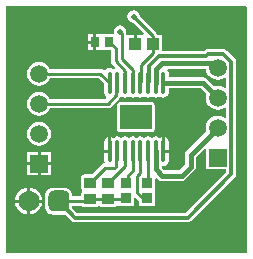
<source format=gtl>
G04 Layer_Physical_Order=1*
G04 Layer_Color=25308*
%FSLAX25Y25*%
%MOIN*%
G70*
G01*
G75*
%ADD10O,0.01378X0.07874*%
%ADD11R,0.02756X0.03347*%
%ADD12R,0.04134X0.03937*%
%ADD13R,0.03543X0.03347*%
G04:AMPARAMS|DCode=14|XSize=41.34mil|YSize=35.43mil|CornerRadius=3.54mil|HoleSize=0mil|Usage=FLASHONLY|Rotation=180.000|XOffset=0mil|YOffset=0mil|HoleType=Round|Shape=RoundedRectangle|*
%AMROUNDEDRECTD14*
21,1,0.04134,0.02835,0,0,180.0*
21,1,0.03425,0.03543,0,0,180.0*
1,1,0.00709,-0.01713,0.01417*
1,1,0.00709,0.01713,0.01417*
1,1,0.00709,0.01713,-0.01417*
1,1,0.00709,-0.01713,-0.01417*
%
%ADD14ROUNDEDRECTD14*%
%ADD15C,0.01000*%
%ADD16C,0.01181*%
%ADD17C,0.01575*%
%ADD18R,0.10500X0.08000*%
%ADD19C,0.07000*%
G04:AMPARAMS|DCode=20|XSize=70mil|YSize=70mil|CornerRadius=17.5mil|HoleSize=0mil|Usage=FLASHONLY|Rotation=180.000|XOffset=0mil|YOffset=0mil|HoleType=Round|Shape=RoundedRectangle|*
%AMROUNDEDRECTD20*
21,1,0.07000,0.03500,0,0,180.0*
21,1,0.03500,0.07000,0,0,180.0*
1,1,0.03500,-0.01750,0.01750*
1,1,0.03500,0.01750,0.01750*
1,1,0.03500,0.01750,-0.01750*
1,1,0.03500,-0.01750,-0.01750*
%
%ADD20ROUNDEDRECTD20*%
%ADD21C,0.05906*%
%ADD22R,0.05906X0.05906*%
%ADD23C,0.02000*%
G36*
X265250Y302250D02*
Y220603D01*
X264896Y220250D01*
X185250D01*
X185000Y220354D01*
Y302500D01*
X265000D01*
X265250Y302250D01*
D02*
G37*
%LPC*%
G36*
X195500Y249500D02*
X192047D01*
Y246047D01*
X195500D01*
Y249500D01*
D02*
G37*
G36*
X199953D02*
X196500D01*
Y246047D01*
X199953D01*
Y249500D01*
D02*
G37*
G36*
X195500Y253953D02*
X192047D01*
Y250500D01*
X195500D01*
Y253953D01*
D02*
G37*
G36*
X193000Y241973D02*
Y238000D01*
X196973D01*
X196884Y238675D01*
X196431Y239769D01*
X195709Y240709D01*
X194769Y241431D01*
X193675Y241884D01*
X193000Y241973D01*
D02*
G37*
G36*
X192000Y237000D02*
X188027D01*
X188116Y236325D01*
X188569Y235231D01*
X189291Y234291D01*
X190231Y233569D01*
X191325Y233116D01*
X192000Y233027D01*
Y237000D01*
D02*
G37*
G36*
X196973D02*
X193000D01*
Y233027D01*
X193675Y233116D01*
X194769Y233569D01*
X195709Y234291D01*
X196431Y235231D01*
X196884Y236325D01*
X196973Y237000D01*
D02*
G37*
G36*
X192000Y241973D02*
X191325Y241884D01*
X190231Y241431D01*
X189291Y240709D01*
X188569Y239769D01*
X188116Y238675D01*
X188027Y238000D01*
X192000D01*
Y241973D01*
D02*
G37*
G36*
X199953Y253953D02*
X196500D01*
Y250500D01*
X199953D01*
Y253953D01*
D02*
G37*
G36*
X214039Y290000D02*
X212161D01*
Y287827D01*
X214039D01*
Y290000D01*
D02*
G37*
G36*
X233500Y270520D02*
X223000D01*
X222610Y270442D01*
X222279Y270221D01*
X222058Y269890D01*
X221980Y269500D01*
Y261500D01*
X222058Y261110D01*
X222279Y260779D01*
X222610Y260558D01*
X223000Y260480D01*
X233500D01*
X233890Y260558D01*
X234221Y260779D01*
X234442Y261110D01*
X234520Y261500D01*
Y269500D01*
X234442Y269890D01*
X234221Y270221D01*
X233890Y270442D01*
X233500Y270520D01*
D02*
G37*
G36*
X214039Y293173D02*
X212161D01*
Y291000D01*
X214039D01*
Y293173D01*
D02*
G37*
G36*
X227500Y301039D02*
X226720Y300884D01*
X226058Y300442D01*
X225616Y299780D01*
X225461Y299000D01*
X225616Y298220D01*
X226058Y297558D01*
X226720Y297116D01*
X227346Y296991D01*
X230907Y293430D01*
X230715Y292969D01*
X228547D01*
Y290000D01*
X227547D01*
Y292969D01*
X225029D01*
Y293500D01*
X224985Y293725D01*
X225039Y294000D01*
X224884Y294780D01*
X224442Y295442D01*
X223780Y295884D01*
X223000Y296039D01*
X222220Y295884D01*
X221558Y295442D01*
X221116Y294780D01*
X220961Y294000D01*
X221026Y293673D01*
X220616Y293173D01*
X217417D01*
X217083Y293173D01*
X217000D01*
X216917D01*
X216583Y293173D01*
X215039D01*
Y290500D01*
Y287827D01*
X216583D01*
X216917Y287827D01*
X217000D01*
X217083D01*
X217417Y287827D01*
X219971D01*
Y284172D01*
X220087Y283586D01*
X220419Y283090D01*
X221308Y282201D01*
X221217Y281665D01*
X220767Y281440D01*
X220431Y281604D01*
X220202Y281756D01*
X219543Y281887D01*
X218884Y281756D01*
X218326Y281383D01*
X218174Y281156D01*
X217542Y281081D01*
X217046Y281413D01*
X216461Y281529D01*
X199645D01*
X199453Y281993D01*
X198819Y282819D01*
X197993Y283453D01*
X197032Y283851D01*
X196000Y283987D01*
X194968Y283851D01*
X194007Y283453D01*
X193181Y282819D01*
X192547Y281993D01*
X192149Y281032D01*
X192013Y280000D01*
X192149Y278968D01*
X192547Y278007D01*
X193181Y277181D01*
X194007Y276547D01*
X194968Y276149D01*
X196000Y276013D01*
X197032Y276149D01*
X197993Y276547D01*
X198819Y277181D01*
X199453Y278007D01*
X199645Y278471D01*
X215827D01*
X217821Y276477D01*
Y273669D01*
X217952Y273010D01*
X218326Y272452D01*
X218380Y272415D01*
X218439Y271895D01*
X218101Y271529D01*
X199645D01*
X199453Y271993D01*
X198819Y272819D01*
X197993Y273453D01*
X197032Y273851D01*
X196000Y273987D01*
X194968Y273851D01*
X194007Y273453D01*
X193181Y272819D01*
X192547Y271993D01*
X192149Y271032D01*
X192013Y270000D01*
X192149Y268968D01*
X192547Y268007D01*
X193181Y267181D01*
X194007Y266547D01*
X194968Y266149D01*
X196000Y266013D01*
X197032Y266149D01*
X197993Y266547D01*
X198819Y267181D01*
X199453Y268007D01*
X199645Y268471D01*
X218970D01*
X219555Y268587D01*
X220051Y268919D01*
X222814Y271681D01*
X223107Y272121D01*
X223109Y272123D01*
X223282Y272211D01*
X223636Y272298D01*
X223774Y272231D01*
X224002Y272078D01*
X224661Y271947D01*
X225320Y272078D01*
X225549Y272231D01*
X225941Y272422D01*
X226333Y272231D01*
X226561Y272078D01*
X227221Y271947D01*
X227880Y272078D01*
X228108Y272231D01*
X228500Y272422D01*
X228892Y272231D01*
X229120Y272078D01*
X229780Y271947D01*
X230438Y272078D01*
X230667Y272231D01*
X231059Y272422D01*
X231451Y272231D01*
X231680Y272078D01*
X232339Y271947D01*
X232998Y272078D01*
X233226Y272231D01*
X233618Y272422D01*
X234010Y272231D01*
X234239Y272078D01*
X234898Y271947D01*
X235557Y272078D01*
X235785Y272231D01*
X236177Y272422D01*
X236569Y272231D01*
X236798Y272078D01*
X237457Y271947D01*
X238116Y272078D01*
X238674Y272452D01*
X239048Y273010D01*
X239179Y273669D01*
Y275095D01*
X249828D01*
X251720Y273203D01*
X251649Y273032D01*
X251513Y272000D01*
X251649Y270968D01*
X252047Y270007D01*
X252681Y269181D01*
X253507Y268547D01*
X254468Y268149D01*
X255500Y268013D01*
X256532Y268149D01*
X257493Y268547D01*
X257922Y268876D01*
X258422Y268629D01*
Y265371D01*
X257922Y265124D01*
X257493Y265453D01*
X256532Y265851D01*
X255500Y265987D01*
X254468Y265851D01*
X253507Y265453D01*
X252681Y264819D01*
X252047Y263993D01*
X251649Y263032D01*
X251513Y262000D01*
X251649Y260968D01*
X251720Y260797D01*
X245211Y254289D01*
X244816Y253697D01*
X244678Y253000D01*
X244678Y253000D01*
Y249755D01*
X242745Y247822D01*
X237755D01*
X237006Y248572D01*
X237133Y249107D01*
X237220Y249160D01*
X237457Y249113D01*
X238116Y249244D01*
X238674Y249617D01*
X239048Y250176D01*
X239179Y250835D01*
Y253583D01*
X237457D01*
Y254083D01*
X236957D01*
Y258953D01*
X236798Y258922D01*
X236239Y258548D01*
X236115D01*
X235557Y258922D01*
X234898Y259053D01*
X234239Y258922D01*
X233680Y258548D01*
X233556D01*
X232998Y258922D01*
X232339Y259053D01*
X231680Y258922D01*
X231451Y258769D01*
X231059Y258578D01*
X230667Y258769D01*
X230438Y258922D01*
X229780Y259053D01*
X229120Y258922D01*
X228562Y258548D01*
X228438D01*
X227880Y258922D01*
X227221Y259053D01*
X226561Y258922D01*
X226333Y258769D01*
X225941Y258578D01*
X225549Y258769D01*
X225320Y258922D01*
X224661Y259053D01*
X224002Y258922D01*
X223444Y258548D01*
X223320D01*
X222761Y258922D01*
X222102Y259053D01*
X221443Y258922D01*
X220885Y258548D01*
X220761D01*
X220202Y258922D01*
X220043Y258953D01*
Y254083D01*
X219543D01*
Y253583D01*
X217821D01*
Y250835D01*
X217952Y250176D01*
X217949Y250167D01*
X217403Y250059D01*
X216907Y249727D01*
X213635Y246456D01*
X211287D01*
X210759Y246351D01*
X210311Y246051D01*
X210012Y245603D01*
X209907Y245075D01*
Y242240D01*
X210012Y241712D01*
X210277Y241315D01*
X210332Y241139D01*
Y240862D01*
X210277Y240685D01*
X210012Y240288D01*
X209907Y239760D01*
Y239029D01*
X207024D01*
Y239250D01*
X206929Y239968D01*
X206652Y240637D01*
X206211Y241211D01*
X205637Y241652D01*
X204968Y241929D01*
X204250Y242024D01*
X200750D01*
X200032Y241929D01*
X199363Y241652D01*
X198789Y241211D01*
X198348Y240637D01*
X198071Y239968D01*
X197976Y239250D01*
Y235750D01*
X198071Y235032D01*
X198348Y234363D01*
X198789Y233789D01*
X199363Y233348D01*
X200032Y233071D01*
X200750Y232976D01*
X204250D01*
X204674Y233032D01*
X206853Y230853D01*
X207379Y230502D01*
X208000Y230378D01*
X245500D01*
X246121Y230502D01*
X246647Y230853D01*
X261190Y245397D01*
X261542Y245923D01*
X261665Y246543D01*
Y283882D01*
X261542Y284503D01*
X261190Y285029D01*
X258529Y287690D01*
X258002Y288042D01*
X257382Y288165D01*
X252165D01*
X251545Y288042D01*
X251019Y287690D01*
X250828Y287500D01*
X237020D01*
Y292969D01*
X235398D01*
X235366Y293132D01*
X235034Y293629D01*
X229508Y299154D01*
X229384Y299780D01*
X228942Y300442D01*
X228280Y300884D01*
X227500Y301039D01*
D02*
G37*
G36*
X237957Y258953D02*
Y254583D01*
X239179D01*
Y257331D01*
X239048Y257990D01*
X238674Y258548D01*
X238116Y258922D01*
X237957Y258953D01*
D02*
G37*
G36*
X219043D02*
X218884Y258922D01*
X218326Y258548D01*
X217952Y257990D01*
X217821Y257331D01*
Y254583D01*
X219043D01*
Y258953D01*
D02*
G37*
G36*
X196000Y263987D02*
X194968Y263851D01*
X194007Y263453D01*
X193181Y262819D01*
X192547Y261993D01*
X192149Y261032D01*
X192013Y260000D01*
X192149Y258968D01*
X192547Y258007D01*
X193181Y257181D01*
X194007Y256547D01*
X194968Y256149D01*
X196000Y256013D01*
X197032Y256149D01*
X197993Y256547D01*
X198819Y257181D01*
X199453Y258007D01*
X199851Y258968D01*
X199987Y260000D01*
X199851Y261032D01*
X199453Y261993D01*
X198819Y262819D01*
X197993Y263453D01*
X197032Y263851D01*
X196000Y263987D01*
D02*
G37*
%LPD*%
G36*
X251547Y254817D02*
Y248047D01*
X258422D01*
Y247215D01*
X244828Y233622D01*
X208672D01*
X206968Y235326D01*
X207024Y235750D01*
Y235971D01*
X210296D01*
X210311Y235949D01*
X210759Y235649D01*
X211287Y235544D01*
X214713D01*
X215241Y235649D01*
X215689Y235949D01*
X215699Y235964D01*
X216301D01*
X216311Y235949D01*
X216759Y235649D01*
X217287Y235544D01*
X220713D01*
X221241Y235649D01*
X221689Y235949D01*
X221728Y236008D01*
X222228Y235856D01*
Y235768D01*
X227772D01*
Y238412D01*
X228234Y238603D01*
X229228Y237609D01*
Y235768D01*
X234772D01*
Y240886D01*
Y244998D01*
X235234Y245189D01*
X235711Y244711D01*
X235711Y244711D01*
X236303Y244316D01*
X237000Y244178D01*
X237000Y244178D01*
X243500D01*
X243500Y244178D01*
X244197Y244316D01*
X244789Y244711D01*
X247789Y247711D01*
X248184Y248303D01*
X248322Y249000D01*
X248322Y249000D01*
Y252245D01*
X251085Y255008D01*
X251547Y254817D01*
D02*
G37*
G36*
X251649Y280968D02*
X252047Y280007D01*
X252681Y279181D01*
X253507Y278547D01*
X254468Y278149D01*
X255500Y278013D01*
X256532Y278149D01*
X257493Y278547D01*
X257922Y278876D01*
X258422Y278629D01*
Y275371D01*
X257922Y275124D01*
X257493Y275453D01*
X256532Y275851D01*
X255500Y275987D01*
X254468Y275851D01*
X254297Y275780D01*
X251871Y278206D01*
X251280Y278601D01*
X250583Y278740D01*
X250583Y278740D01*
X239179D01*
Y280165D01*
X239048Y280824D01*
X238812Y281178D01*
X239065Y281678D01*
X251556D01*
X251649Y280968D01*
D02*
G37*
D10*
X237457Y276917D02*
D03*
X234898D02*
D03*
X232339D02*
D03*
X229780D02*
D03*
X227221D02*
D03*
X224661D02*
D03*
X222102D02*
D03*
X219543D02*
D03*
X237457Y254083D02*
D03*
X234898D02*
D03*
X232339D02*
D03*
X229780D02*
D03*
X227221D02*
D03*
X224661D02*
D03*
X222102D02*
D03*
X219543D02*
D03*
D11*
X214539Y290500D02*
D03*
X219461D02*
D03*
D12*
X228047Y290000D02*
D03*
X233953D02*
D03*
D13*
X232000Y238441D02*
D03*
Y243559D02*
D03*
X225000Y238441D02*
D03*
Y243559D02*
D03*
D14*
X219000Y243657D02*
D03*
Y238342D02*
D03*
X213000Y243657D02*
D03*
Y238342D02*
D03*
D15*
X223500Y285000D02*
Y293500D01*
X223000Y294000D02*
X223500Y293500D01*
X196000Y260000D02*
Y261000D01*
X219461Y290500D02*
X221500Y288461D01*
Y284172D02*
Y288461D01*
Y284172D02*
X224661Y281010D01*
Y276917D02*
Y281010D01*
X223500Y285000D02*
X227221Y281279D01*
Y276917D02*
Y281279D01*
X229780Y276917D02*
X230150Y277287D01*
Y282969D01*
X233953Y286772D01*
Y290000D01*
X221732Y276547D02*
X222102Y276917D01*
X221732Y272763D02*
Y276547D01*
X218970Y270000D02*
X221732Y272763D01*
X196000Y270000D02*
X218970D01*
X216461Y280000D02*
X219543Y276917D01*
X196000Y280000D02*
X216461D01*
X224902Y238342D02*
X225000Y238441D01*
X219000Y238342D02*
X224902D01*
X213000D02*
X219000D01*
X212158Y237500D02*
X213000Y238342D01*
X202500Y237500D02*
X212158D01*
X232339Y243898D02*
Y254083D01*
X232000Y243559D02*
X232339Y243898D01*
X229780Y246905D02*
Y254083D01*
X228728Y245854D02*
X229780Y246905D01*
X228728Y240272D02*
Y245854D01*
Y240272D02*
X230559Y238441D01*
X232000D01*
X227221Y247721D02*
Y254083D01*
X225500Y246000D02*
X227221Y247721D01*
X225500Y244059D02*
Y246000D01*
X225000Y243559D02*
X225500Y244059D01*
X224661Y249319D02*
Y254083D01*
X219000Y243657D02*
X224661Y249319D01*
X221732Y253713D02*
X222102Y254083D01*
X221732Y249218D02*
Y253713D01*
X221160Y248646D02*
X221732Y249218D01*
X217988Y248646D02*
X221160D01*
X213000Y243657D02*
X217988Y248646D01*
X233953Y290000D02*
Y292547D01*
X227500Y299000D02*
X233953Y292547D01*
D16*
X202500Y237500D02*
X208000Y232000D01*
X245500D01*
X260043Y246543D01*
Y283882D01*
X257382Y286543D02*
X260043Y283882D01*
X252165Y286543D02*
X257382D01*
X251500Y285878D02*
X252165Y286543D01*
X236015Y285878D02*
X251500D01*
X232520Y282383D02*
X236015Y285878D01*
X232520Y277098D02*
Y282383D01*
X232339Y276917D02*
X232520Y277098D01*
D17*
X234898Y276917D02*
Y281398D01*
X237000Y283500D01*
X254000D01*
X255500Y282000D01*
X237457Y276917D02*
X250583D01*
X255500Y272000D01*
X234898Y248102D02*
Y254083D01*
Y248102D02*
X237000Y246000D01*
X243500D01*
X246500Y249000D01*
Y253000D01*
X255500Y262000D01*
D18*
X228250Y265500D02*
D03*
D19*
X192500Y237500D02*
D03*
D20*
X202500D02*
D03*
D21*
X255500Y282000D02*
D03*
Y272000D02*
D03*
Y262000D02*
D03*
X196000Y280000D02*
D03*
Y270000D02*
D03*
Y260000D02*
D03*
D22*
X255500Y252000D02*
D03*
X196000Y250000D02*
D03*
D23*
X223000Y294000D02*
D03*
X232000Y263000D02*
D03*
X229500D02*
D03*
X227000D02*
D03*
X224500D02*
D03*
Y265500D02*
D03*
X227000D02*
D03*
X229500D02*
D03*
X232000D02*
D03*
Y268000D02*
D03*
X229500D02*
D03*
X227000D02*
D03*
X224500D02*
D03*
X227500Y299000D02*
D03*
M02*

</source>
